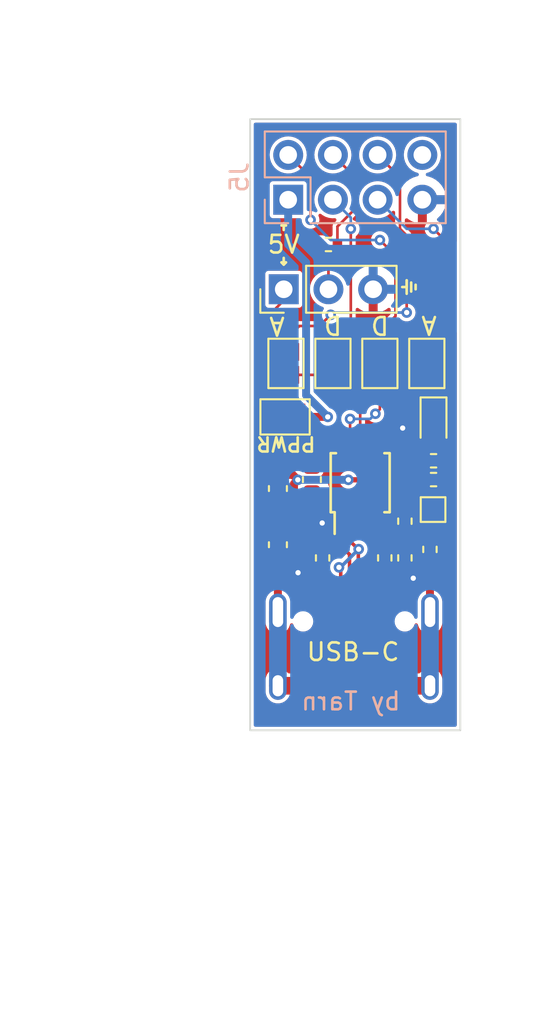
<source format=kicad_pcb>
(kicad_pcb (version 20211014) (generator pcbnew)
  (layers (0 "F.Cu" signal) (31 "B.Cu" signal) (34 "B.Paste" user) (35 "F.Paste" user) (36 "B.SilkS" user "B.Silkscreen") (37 "F.SilkS" user "F.Silkscreen") (38 "B.Mask" user) (39 "F.Mask" user) (44 "Edge.Cuts" user))
  (net 0 "")
  (net 1 "GND")
  (net 2 "Net-(C1-Pad2)")
  (net 3 "Net-(C2-Pad1)")
  (net 4 "VSYS")
  (net 5 "Net-(D1-Pad2)")
  (net 6 "Net-(J1-Pad1)")
  (net 7 "Net-(J1-Pad2)")
  (net 8 "/PIN_PA0")
  (net 9 "/PIN_PA1")
  (net 10 "/PIN_PA2")
  (net 11 "/PIN_PA7")
  (net 12 "/PIN_PA6")
  (net 13 "/USB_UART_RX")
  (net 14 "/USB_UART_TX")
  (net 15 "/VBUS")
  (net 16 "Net-(R1-Pad2)")
  (net 17 "Net-(R2-Pad2)")
  (net 18 "/VBUS_SENSE")
  (net 19 "/USB_D+")
  (net 20 "/USB_D-")
  (net 24 "Net-(R6-Pad1)")
  (footprint "Package_SO:MSOP-10_3x3mm_P0.5mm" (layer "F.Cu") (at 75.4634 108.6359 90)
    (fp_text reference "U1")
    (fp_text value "CH340E")
    (fp_line (start -1.675 -1.675) (end -1.675 -1.45) (layer "F.SilkS") (width 0.15))
    (fp_line (start 1.675 -1.675) (end 1.675 -1.375) (layer "F.SilkS") (width 0.15))
    (fp_line (start -1.675 -1.45) (end -2.9 -1.45) (layer "F.SilkS") (width 0.15))
    (fp_line (start -1.675 1.675) (end 1.675 1.675) (layer "F.SilkS") (width 0.15))
    (fp_line (start -1.675 -1.675) (end 1.675 -1.675) (layer "F.SilkS") (width 0.15))
    (fp_line (start -1.675 1.675) (end -1.675 1.375) (layer "F.SilkS") (width 0.15))
    (fp_line (start 1.675 1.675) (end 1.675 1.375) (layer "F.SilkS") (width 0.15))
    (pad "1" smd rect (at -2.2 -1 90) (size 1.4 0.3) (layers "F.Cu" "F.Paste" "F.Mask") (net 19 "/USB_D+"))
    (pad "2" smd rect (at -2.2 -0.5 90) (size 1.4 0.3) (layers "F.Cu" "F.Paste" "F.Mask") (net 20 "/USB_D-"))
    (pad "3" smd rect (at -2.2 0 90) (size 1.4 0.3) (layers "F.Cu" "F.Paste" "F.Mask") (net 1 "GND"))
    (pad "4" smd rect (at -2.2 0.5 90) (size 1.4 0.3) (layers "F.Cu" "F.Paste" "F.Mask"))
    (pad "5" smd rect (at -2.2 1 90) (size 1.4 0.3) (layers "F.Cu" "F.Paste" "F.Mask") (net 1 "GND"))
    (pad "6" smd rect (at 2.2 1 90) (size 1.4 0.3) (layers "F.Cu" "F.Paste" "F.Mask") (net 24 "Net-(R6-Pad1)"))
    (pad "7" smd rect (at 2.2 0.5 90) (size 1.4 0.3) (layers "F.Cu" "F.Paste" "F.Mask") (net 4 "VSYS"))
    (pad "8" smd rect (at 2.2 0 90) (size 1.4 0.3) (layers "F.Cu" "F.Paste" "F.Mask") (net 14 "/USB_UART_TX"))
    (pad "9" smd rect (at 2.2 -0.5 90) (size 1.4 0.3) (layers "F.Cu" "F.Paste" "F.Mask") (net 13 "/USB_UART_RX"))
    (pad "10" smd rect (at 2.2 -1 90) (size 1.4 0.3) (layers "F.Cu" "F.Paste" "F.Mask") (net 3 "Net-(C2-Pad1)"))
  )
  (footprint "Resistor_SMD:R_0402_1005Metric" (layer "F.Cu") (at 79.4258 112.4185 90)
    (fp_text reference "R3")
    (fp_text value "220 0402")
    (fp_line (start -0.153641 0.38) (end 0.153641 0.38) (layer "F.SilkS") (width 0.12))
    (fp_line (start -0.153641 -0.38) (end 0.153641 -0.38) (layer "F.SilkS") (width 0.12))
    (pad "1" smd roundrect (at -0.51 0 90) (size 0.54 0.64) (layers "F.Cu" "F.Paste" "F.Mask") (net 2 "Net-(C1-Pad2)"))
    (pad "2" smd roundrect (at 0.51 0 90) (size 0.54 0.64) (layers "F.Cu" "F.Paste" "F.Mask") (net 1 "GND"))
  )
  (footprint "Jumper:SolderJumper-2_P1.3mm_Open_Pad1.0x1.5mm" (layer "F.Cu") (at 71.247 101.869 90)
    (fp_text reference "JP5")
    (fp_text value "SolderJumper_2_Open")
    (fp_line (start -1.4 -1) (end 1.4 -1) (layer "F.SilkS") (width 0.12))
    (fp_line (start 1.4 -1) (end 1.4 1) (layer "F.SilkS") (width 0.12))
    (fp_line (start 1.4 1) (end -1.4 1) (layer "F.SilkS") (width 0.12))
    (fp_line (start -1.4 1) (end -1.4 -1) (layer "F.SilkS") (width 0.12))
    (pad "1" smd rect (at -0.65 0 90) (size 1 1.5) (layers "F.Cu" "F.Mask") (net 14 "/USB_UART_TX"))
    (pad "2" smd rect (at 0.65 0 90) (size 1 1.5) (layers "F.Cu" "F.Mask") (net 10 "/PIN_PA2"))
  )
  (footprint "Resistor_SMD:R_0402_1005Metric" (layer "F.Cu") (at 79.631 108.4581 180)
    (fp_text reference "R7")
    (fp_text value "5.1K 0402")
    (fp_line (start -0.153641 0.38) (end 0.153641 0.38) (layer "F.SilkS") (width 0.12))
    (fp_line (start -0.153641 -0.38) (end 0.153641 -0.38) (layer "F.SilkS") (width 0.12))
    (pad "1" smd roundrect (at -0.51 0 180) (size 0.54 0.64) (layers "F.Cu" "F.Paste" "F.Mask") (net 5 "Net-(D1-Pad2)"))
    (pad "2" smd roundrect (at 0.51 0 180) (size 0.54 0.64) (layers "F.Cu" "F.Paste" "F.Mask") (net 24 "Net-(R6-Pad1)"))
  )
  (footprint "Resistor_SMD:R_0402_1005Metric" (layer "F.Cu") (at 73.3298 112.9031 -90)
    (fp_text reference "R1")
    (fp_text value "5.1K 0402")
    (fp_line (start -0.153641 -0.38) (end 0.153641 -0.38) (layer "F.SilkS") (width 0.12))
    (fp_line (start -0.153641 0.38) (end 0.153641 0.38) (layer "F.SilkS") (width 0.12))
    (pad "1" smd roundrect (at -0.51 0 270) (size 0.54 0.64) (layers "F.Cu" "F.Paste" "F.Mask") (net 1 "GND"))
    (pad "2" smd roundrect (at 0.51 0 270) (size 0.54 0.64) (layers "F.Cu" "F.Paste" "F.Mask") (net 16 "Net-(R1-Pad2)"))
  )
  (footprint "NetTie:NetTie-2_SMD_Pad0.5mm" (layer "F.Cu") (at 72.1614 112.4205 90)
    (fp_text reference "NT1")
    (fp_text value "NetTie_2")
    (fp_poly (pts (xy -0.5 -0.25) (xy 0.5 -0.25) (xy 0.5 0.25) (xy -0.5 0.25)) (layer "F.Cu") (width 0) (fill solid))
    (pad "1" smd circle (at -0.5 0 90) (size 0.5 0.5) (layers "F.Cu") (net 15 "/VBUS"))
    (pad "2" smd circle (at 0.5 0 90) (size 0.5 0.5) (layers "F.Cu") (net 4 "VSYS"))
  )
  (footprint "Jumper:SolderJumper-2_P1.3mm_Open_Pad1.0x1.5mm" (layer "F.Cu") (at 71.1962 104.902 180)
    (fp_text reference "JP1")
    (fp_text value "SolderJumper_2_Open")
    (fp_line (start 1.4 1) (end -1.4 1) (layer "F.SilkS") (width 0.12))
    (fp_line (start -1.4 1) (end -1.4 -1) (layer "F.SilkS") (width 0.12))
    (fp_line (start 1.4 -1) (end 1.4 1) (layer "F.SilkS") (width 0.12))
    (fp_line (start -1.4 -1) (end 1.4 -1) (layer "F.SilkS") (width 0.12))
    (pad "1" smd rect (at -0.65 0 180) (size 1 1.5) (layers "F.Cu" "F.Mask") (net 4 "VSYS"))
    (pad "2" smd rect (at 0.65 0 180) (size 1 1.5) (layers "F.Cu" "F.Mask") (net 6 "Net-(J1-Pad1)"))
  )
  (footprint "Jumper:SolderJumper-2_P1.3mm_Open_Pad1.0x1.5mm" (layer "F.Cu") (at 73.914 101.869 90)
    (fp_text reference "JP3")
    (fp_text value "SolderJumper_2_Open")
    (fp_line (start 1.4 -1) (end 1.4 1) (layer "F.SilkS") (width 0.12))
    (fp_line (start -1.4 1) (end -1.4 -1) (layer "F.SilkS") (width 0.12))
    (fp_line (start -1.4 -1) (end 1.4 -1) (layer "F.SilkS") (width 0.12))
    (fp_line (start 1.4 1) (end -1.4 1) (layer "F.SilkS") (width 0.12))
    (pad "1" smd rect (at -0.65 0 90) (size 1 1.5) (layers "F.Cu" "F.Mask") (net 14 "/USB_UART_TX"))
    (pad "2" smd rect (at 0.65 0 90) (size 1 1.5) (layers "F.Cu" "F.Mask") (net 11 "/PIN_PA7"))
  )
  (footprint "LED_SMD:LED_0603_1608Metric" (layer "F.Cu") (at 79.629 105.283 -90)
    (fp_text reference "D1")
    (fp_text value "LED")
    (fp_line (start 0.8 -0.735) (end -1.485 -0.735) (layer "F.SilkS") (width 0.12))
    (fp_line (start -1.485 0.735) (end 0.8 0.735) (layer "F.SilkS") (width 0.12))
    (fp_line (start -1.485 -0.735) (end -1.485 0.735) (layer "F.SilkS") (width 0.12))
    (pad "1" smd roundrect (at -0.7875 0 270) (size 0.875 0.95) (layers "F.Cu" "F.Paste" "F.Mask") (net 1 "GND"))
    (pad "2" smd roundrect (at 0.7875 0 270) (size 0.875 0.95) (layers "F.Cu" "F.Paste" "F.Mask") (net 5 "Net-(D1-Pad2)"))
  )
  (footprint "HRO:HRO-TYPE-C-31-M-12" (layer "F.Cu") (at 75.1078 122.7539)
    (fp_text reference "USB1")
    (fp_text value "TYPE-C-31-M-12")
    (pad "" np_thru_hole circle locked (at -2.89 -6.25) (size 0.65 0.65) (drill 0.65) (layers *.Cu *.Mask))
    (pad "" np_thru_hole circle locked (at 2.89 -6.25) (size 0.65 0.65) (drill 0.65) (layers *.Cu *.Mask))
    (pad "1" smd rect locked (at -3.225 -7.695) (size 0.6 1.45) (layers "F.Cu" "F.Paste" "F.Mask") (net 1 "GND"))
    (pad "2" smd rect locked (at -2.45 -7.695) (size 0.6 1.45) (layers "F.Cu" "F.Paste" "F.Mask") (net 15 "/VBUS"))
    (pad "3" smd rect locked (at -1.75 -7.695) (size 0.3 1.45) (layers "F.Cu" "F.Paste" "F.Mask"))
    (pad "4" smd rect locked (at -1.25 -7.695) (size 0.3 1.45) (layers "F.Cu" "F.Paste" "F.Mask") (net 16 "Net-(R1-Pad2)"))
    (pad "5" smd rect locked (at -0.75 -7.695) (size 0.3 1.45) (layers "F.Cu" "F.Paste" "F.Mask") (net 20 "/USB_D-"))
    (pad "6" smd rect locked (at -0.25 -7.695) (size 0.3 1.45) (layers "F.Cu" "F.Paste" "F.Mask") (net 19 "/USB_D+"))
    (pad "7" smd rect locked (at 0.25 -7.695) (size 0.3 1.45) (layers "F.Cu" "F.Paste" "F.Mask") (net 20 "/USB_D-"))
    (pad "8" smd rect locked (at 0.75 -7.695) (size 0.3 1.45) (layers "F.Cu" "F.Paste" "F.Mask") (net 19 "/USB_D+"))
    (pad "9" smd rect locked (at 1.25 -7.695) (size 0.3 1.45) (layers "F.Cu" "F.Paste" "F.Mask"))
    (pad "10" smd rect locked (at 1.75 -7.695) (size 0.3 1.45) (layers "F.Cu" "F.Paste" "F.Mask") (net 17 "Net-(R2-Pad2)"))
    (pad "11" smd rect locked (at 2.45 -7.695) (size 0.6 1.45) (layers "F.Cu" "F.Paste" "F.Mask") (net 15 "/VBUS"))
    (pad "12" smd rect locked (at 3.225 -7.695) (size 0.6 1.45) (layers "F.Cu" "F.Paste" "F.Mask") (net 1 "GND"))
    (pad "13" thru_hole oval locked (at 4.32 -2.6) (size 1 1.6) (drill oval 0.6 1.2) (layers *.Cu "B.Mask") (net 2 "Net-(C1-Pad2)"))
    (pad "13" thru_hole oval locked (at -4.32 -6.78) (size 1 2.1) (drill oval 0.6 1.7) (layers *.Cu "B.Mask") (net 2 "Net-(C1-Pad2)"))
    (pad "13" thru_hole oval locked (at -4.32 -2.6) (size 1 1.6) (drill oval 0.6 1.2) (layers *.Cu "B.Mask") (net 2 "Net-(C1-Pad2)"))
    (pad "13" thru_hole oval locked (at 4.32 -6.78) (size 1 2.1) (drill oval 0.6 1.7) (layers *.Cu "B.Mask") (net 2 "Net-(C1-Pad2)"))
  )
  (footprint "Capacitor_SMD:C_0603_1608Metric" (layer "F.Cu") (at 72.7202 108.4581 -90)
    (fp_text reference "C2")
    (fp_text value "0.1μF")
    (fp_line (start -0.14058 -0.51) (end 0.14058 -0.51) (layer "F.SilkS") (width 0.12))
    (fp_line (start -0.14058 0.51) (end 0.14058 0.51) (layer "F.SilkS") (width 0.12))
    (pad "1" smd roundrect (at -0.775 0 270) (size 0.9 0.95) (layers "F.Cu" "F.Paste" "F.Mask") (net 3 "Net-(C2-Pad1)"))
    (pad "2" smd roundrect (at 0.775 0 270) (size 0.9 0.95) (layers "F.Cu" "F.Paste" "F.Mask") (net 1 "GND"))
  )
  (footprint "Resistor_SMD:R_0402_1005Metric" (layer "F.Cu") (at 79.631 107.3913)
    (fp_text reference "R6")
    (fp_text value "5.1K 0402")
    (fp_line (start -0.153641 -0.38) (end 0.153641 -0.38) (layer "F.SilkS") (width 0.12))
    (fp_line (start -0.153641 0.38) (end 0.153641 0.38) (layer "F.SilkS") (width 0.12))
    (pad "1" smd roundrect (at -0.51 0) (size 0.54 0.64) (layers "F.Cu" "F.Paste" "F.Mask") (net 24 "Net-(R6-Pad1)"))
    (pad "2" smd roundrect (at 0.51 0) (size 0.54 0.64) (layers "F.Cu" "F.Paste" "F.Mask") (net 5 "Net-(D1-Pad2)"))
  )
  (footprint "Resistor_SMD:R_0402_1005Metric" (layer "F.Cu") (at 76.8604 112.9011 -90)
    (fp_text reference "R2")
    (fp_text value "5.1K 0402")
    (fp_line (start -0.153641 0.38) (end 0.153641 0.38) (layer "F.SilkS") (width 0.12))
    (fp_line (start -0.153641 -0.38) (end 0.153641 -0.38) (layer "F.SilkS") (width 0.12))
    (pad "1" smd roundrect (at -0.51 0 270) (size 0.54 0.64) (layers "F.Cu" "F.Paste" "F.Mask") (net 1 "GND"))
    (pad "2" smd roundrect (at 0.51 0 270) (size 0.54 0.64) (layers "F.Cu" "F.Paste" "F.Mask") (net 17 "Net-(R2-Pad2)"))
  )
  (footprint "Resistor_SMD:R_0402_1005Metric" (layer "F.Cu") (at 78.0034 112.9011 90)
    (fp_text reference "R5")
    (fp_text value "10k")
    (fp_line (start -0.153641 0.38) (end 0.153641 0.38) (layer "F.SilkS") (width 0.12))
    (fp_line (start -0.153641 -0.38) (end 0.153641 -0.38) (layer "F.SilkS") (width 0.12))
    (pad "1" smd roundrect (at -0.51 0 90) (size 0.54 0.64) (layers "F.Cu" "F.Paste" "F.Mask") (net 15 "/VBUS"))
    (pad "2" smd roundrect (at 0.51 0 90) (size 0.54 0.64) (layers "F.Cu" "F.Paste" "F.Mask") (net 18 "/VBUS_SENSE"))
  )
  (footprint "Capacitor_SMD:C_0603_1608Metric" (layer "F.Cu") (at 70.7898 108.9661 -90)
    (fp_text reference "C4")
    (fp_text value "0.1μF")
    (fp_line (start -0.14058 -0.51) (end 0.14058 -0.51) (layer "F.SilkS") (width 0.12))
    (fp_line (start -0.14058 0.51) (end 0.14058 0.51) (layer "F.SilkS") (width 0.12))
    (pad "1" smd roundrect (at -0.775 0 270) (size 0.9 0.95) (layers "F.Cu" "F.Paste" "F.Mask") (net 4 "VSYS"))
    (pad "2" smd roundrect (at 0.775 0 270) (size 0.9 0.95) (layers "F.Cu" "F.Paste" "F.Mask") (net 1 "GND"))
  )
  (footprint "Jumper:SolderJumper-2_P1.3mm_Open_Pad1.0x1.5mm" (layer "F.Cu") (at 76.581 101.869 90)
    (fp_text reference "JP2")
    (fp_text value "SolderJumper_2_Open")
    (fp_line (start -1.4 1) (end -1.4 -1) (layer "F.SilkS") (width 0.12))
    (fp_line (start -1.4 -1) (end 1.4 -1) (layer "F.SilkS") (width 0.12))
    (fp_line (start 1.4 -1) (end 1.4 1) (layer "F.SilkS") (width 0.12))
    (fp_line (start 1.4 1) (end -1.4 1) (layer "F.SilkS") (width 0.12))
    (pad "1" smd rect (at -0.65 0 90) (size 1 1.5) (layers "F.Cu" "F.Mask") (net 13 "/USB_UART_RX"))
    (pad "2" smd rect (at 0.65 0 90) (size 1 1.5) (layers "F.Cu" "F.Mask") (net 12 "/PIN_PA6"))
  )
  (footprint "Jumper:SolderJumper-2_P1.3mm_Open_Pad1.0x1.5mm" (layer "F.Cu") (at 79.248 101.869 90)
    (fp_text reference "JP4")
    (fp_text value "SolderJumper_2_Open")
    (fp_line (start 1.4 1) (end -1.4 1) (layer "F.SilkS") (width 0.12))
    (fp_line (start -1.4 1) (end -1.4 -1) (layer "F.SilkS") (width 0.12))
    (fp_line (start 1.4 -1) (end 1.4 1) (layer "F.SilkS") (width 0.12))
    (fp_line (start -1.4 -1) (end 1.4 -1) (layer "F.SilkS") (width 0.12))
    (pad "1" smd rect (at -0.65 0 90) (size 1 1.5) (layers "F.Cu" "F.Mask") (net 13 "/USB_UART_RX"))
    (pad "2" smd rect (at 0.65 0 90) (size 1 1.5) (layers "F.Cu" "F.Mask") (net 9 "/PIN_PA1"))
  )
  (footprint "Connector_PinHeader_2.54mm:PinHeader_1x03_P2.54mm_Vertical" (layer "F.Cu") (at 71.12 97.663 90)
    (fp_text reference "J1")
    (fp_text value "UPDI_PROGRAMMER")
    (fp_line (start -1.33 6.41) (end 1.33 6.41) (layer "F.SilkS") (width 0.12))
    (fp_line (start -1.33 1.27) (end 1.33 1.27) (layer "F.SilkS") (width 0.12))
    (fp_line (start -1.33 -1.33) (end 0 -1.33) (layer "F.SilkS") (width 0.12))
    (fp_line (start -1.33 0) (end -1.33 -1.33) (layer "F.SilkS") (width 0.12))
    (fp_line (start 1.33 1.27) (end 1.33 6.41) (layer "F.SilkS") (width 0.12))
    (fp_line (start -1.33 1.27) (end -1.33 6.41) (layer "F.SilkS") (width 0.12))
    (pad "1" thru_hole rect (at 0 0 90) (size 1.7 1.7) (drill 1) (layers *.Cu *.Mask) (net 6 "Net-(J1-Pad1)"))
    (pad "2" thru_hole oval (at 0 2.54 90) (size 1.7 1.7) (drill 1) (layers *.Cu *.Mask) (net 7 "Net-(J1-Pad2)"))
    (pad "3" thru_hole oval (at 0 5.08 90) (size 1.7 1.7) (drill 1) (layers *.Cu *.Mask) (net 1 "GND"))
  )
  (footprint "Capacitor_SMD:C_0603_1608Metric" (layer "F.Cu") (at 70.7898 112.1535 -90)
    (fp_text reference "C1")
    (fp_text value "0.1μF")
    (fp_line (start -0.14058 0.51) (end 0.14058 0.51) (layer "F.SilkS") (width 0.12))
    (fp_line (start -0.14058 -0.51) (end 0.14058 -0.51) (layer "F.SilkS") (width 0.12))
    (pad "1" smd roundrect (at -0.775 0 270) (size 0.9 0.95) (layers "F.Cu" "F.Paste" "F.Mask") (net 1 "GND"))
    (pad "2" smd roundrect (at 0.775 0 270) (size 0.9 0.95) (layers "F.Cu" "F.Paste" "F.Mask") (net 2 "Net-(C1-Pad2)"))
  )
  (footprint "Resistor_SMD:R_0402_1005Metric" (layer "F.Cu") (at 73.66 95.123)
    (fp_text reference "R8")
    (fp_text value "5.1K 0402")
    (fp_line (start -0.153641 -0.38) (end 0.153641 -0.38) (layer "F.SilkS") (width 0.12))
    (fp_line (start -0.153641 0.38) (end 0.153641 0.38) (layer "F.SilkS") (width 0.12))
    (pad "1" smd roundrect (at -0.51 0) (size 0.54 0.64) (layers "F.Cu" "F.Paste" "F.Mask") (net 7 "Net-(J1-Pad2)"))
    (pad "2" smd roundrect (at 0.51 0) (size 0.54 0.64) (layers "F.Cu" "F.Paste" "F.Mask") (net 8 "/PIN_PA0"))
  )
  (footprint "Resistor_SMD:R_0402_1005Metric" (layer "F.Cu") (at 78.0034 110.8183 90)
    (fp_text reference "R4")
    (fp_text value "5.6K 0402")
    (fp_line (start -0.153641 0.38) (end 0.153641 0.38) (layer "F.SilkS") (width 0.12))
    (fp_line (start -0.153641 -0.38) (end 0.153641 -0.38) (layer "F.SilkS") (width 0.12))
    (pad "1" smd roundrect (at -0.51 0 90) (size 0.54 0.64) (layers "F.Cu" "F.Paste" "F.Mask") (net 18 "/VBUS_SENSE"))
    (pad "2" smd roundrect (at 0.51 0 90) (size 0.54 0.64) (layers "F.Cu" "F.Paste" "F.Mask") (net 1 "GND"))
  )
  (footprint "mine:TestPoint_Pad_1.0x1.0mm" (layer "F.Cu") (at 79.6036 110.1598 180)
    (fp_text reference "TP1")
    (fp_text value "TestPoint")
    (fp_line (start -0.7 0.7) (end -0.7 -0.7) (layer "F.SilkS") (width 0.12))
    (fp_line (start -0.7 -0.7) (end 0.7 -0.7) (layer "F.SilkS") (width 0.12))
    (fp_line (start 0.7 0.7) (end -0.7 0.7) (layer "F.SilkS") (width 0.12))
    (fp_line (start 0.7 -0.7) (end 0.7 0.7) (layer "F.SilkS") (width 0.12))
    (pad "1" smd rect (at 0 0 180) (size 1 1) (layers "F.Cu" "F.Mask") (net 18 "/VBUS_SENSE"))
  )
  (footprint "Connector_PinSocket_2.54mm:PinSocket_2x04_P2.54mm_Vertical" (layer "B.Cu") (at 71.374 92.583 -90)
    (fp_text reference "J5" (at -1.27 2.77 90) (layer "B.SilkS") (effects (justify mirror)))
    (fp_text value "PINS1")
    (fp_line (start -1.27 1.33) (end -1.27 -1.27) (layer "B.SilkS") (width 0.12))
    (fp_line (start -3.87 1.33) (end -1.27 1.33) (layer "B.SilkS") (width 0.12))
    (fp_line (start 1.33 -1.27) (end 1.33 -8.95) (layer "B.SilkS") (width 0.12))
    (fp_line (start 1.33 1.33) (end 1.33 0) (layer "B.SilkS") (width 0.12))
    (fp_line (start 0 1.33) (end 1.33 1.33) (layer "B.SilkS") (width 0.12))
    (fp_line (start -1.27 -1.27) (end 1.33 -1.27) (layer "B.SilkS") (width 0.12))
    (fp_line (start -3.87 -8.95) (end 1.33 -8.95) (layer "B.SilkS") (width 0.12))
    (fp_line (start -3.87 1.33) (end -3.87 -8.95) (layer "B.SilkS") (width 0.12))
    (pad "1" thru_hole rect (at 0 0 270) (size 1.7 1.7) (drill 1) (layers *.Cu *.Mask) (net 4 "VSYS"))
    (pad "2" thru_hole oval (at -2.54 0 270) (size 1.7 1.7) (drill 1) (layers *.Cu *.Mask) (net 12 "/PIN_PA6"))
    (pad "3" thru_hole oval (at 0 -2.54 270) (size 1.7 1.7) (drill 1) (layers *.Cu *.Mask) (net 11 "/PIN_PA7"))
    (pad "4" thru_hole oval (at -2.54 -2.54 270) (size 1.7 1.7) (drill 1) (layers *.Cu *.Mask) (net 8 "/PIN_PA0"))
    (pad "5" thru_hole oval (at 0 -5.08 270) (size 1.7 1.7) (drill 1) (layers *.Cu *.Mask) (net 9 "/PIN_PA1"))
    (pad "6" thru_hole oval (at -2.54 -5.08 270) (size 1.7 1.7) (drill 1) (layers *.Cu *.Mask) (net 10 "/PIN_PA2"))
    (pad "7" thru_hole oval (at 0 -7.62 270) (size 1.7 1.7) (drill 1) (layers *.Cu *.Mask) (net 1 "GND"))
    (pad "8" thru_hole oval (at -2.54 -7.62 270) (size 1.7 1.7) (drill 1) (layers *.Cu *.Mask))
  )
  (gr_line (start 71.247 94.0435) (end 70.993 94.0435) (layer "F.SilkS") (width 0.15))
  (gr_line (start 71.12 93.9165) (end 71.247 94.0435) (layer "F.SilkS") (width 0.15))
  (gr_line (start 71.12 94.2975) (end 71.12 93.9165) (layer "F.SilkS") (width 0.15))
  (gr_line (start 78.105 97.536) (end 78.105 97.155) (layer "F.SilkS") (width 0.15))
  (gr_line (start 70.993 94.0435) (end 71.12 93.9165) (layer "F.SilkS") (width 0.15))
  (gr_line (start 78.359 97.282) (end 78.359 97.79) (layer "F.SilkS") (width 0.15))
  (gr_line (start 77.851 97.536) (end 78.105 97.536) (layer "F.SilkS") (width 0.15))
  (gr_line (start 78.105 97.155) (end 78.105 97.917) (layer "F.SilkS") (width 0.15))
  (gr_line (start 78.613 97.409) (end 78.613 97.663) (layer "F.SilkS") (width 0.15))
  (gr_line (start 71.247 96.139) (end 71.12 96.266) (layer "F.SilkS") (width 0.15))
  (gr_line (start 71.12 96.266) (end 70.993 96.139) (layer "F.SilkS") (width 0.15))
  (gr_line (start 70.993 96.139) (end 71.247 96.139) (layer "F.SilkS") (width 0.15))
  (gr_line (start 71.12 95.885) (end 71.12 96.266) (layer "F.SilkS") (width 0.15))
  (gr_rect (start 81.153 88.011) (end 69.215 122.682) (layer "Edge.Cuts") (width 0.1) (fill none))
  (gr_text "by Tarn" (at 74.93 121.031) (layer "B.SilkS") (effects (font (size 1 1)) (justify mirror)))
  (gr_text "D" (at 73.914 99.695 180) (layer "F.SilkS") (effects (font (size 1 1))))
  (gr_text "5V" (at 71.12 95.123) (layer "F.SilkS") (effects (font (size 1 1))))
  (gr_text "A" (at 70.739 99.7458 180) (layer "F.SilkS") (effects (font (size 1 1))))
  (gr_text "PPWR" (at 71.247 106.426 180) (layer "F.SilkS") (effects (font (size 0.8 0.8))))
  (gr_text "A" (at 79.375 99.695 180) (layer "F.SilkS") (effects (font (size 1 1))))
  (gr_text "D" (at 76.581 99.695 180) (layer "F.SilkS") (effects (font (size 1 1))))
  (gr_text "USB-C" (at 75.057 118.237) (layer "F.SilkS") (effects (font (size 1 1))))
  (segment (start 76.4634 111.9941) (end 76.8604 112.3911) (width 0.15) (layer "F.Cu") (net 1))
  (segment (start 78.3328 114.199142) (end 78.4783 114.053642) (width 0.15) (layer "F.Cu") (net 1))
  (segment (start 78.3328 115.0589) (end 78.3328 114.199142) (width 0.15) (layer "F.Cu") (net 1))
  (segment (start 76.4634 110.8359) (end 76.4634 111.9941) (width 0.15) (layer "F.Cu") (net 1))
  (segment (start 71.8828 115.0589) (end 71.8828 113.7912) (width 0.15) (layer "F.Cu") (net 1))
  (segment (start 71.8828 113.7912) (end 71.9328 113.7412) (width 0.15) (layer "F.Cu") (net 1))
  (via (at 71.9328 113.7412) (size 0.6) (drill 0.3) (layers "F.Cu" "B.Cu") (net 1))
  (via (at 77.8764 105.537) (size 0.6) (drill 0.3) (layers "F.Cu" "B.Cu") (net 1))
  (via (at 78.4783 114.053642) (size 0.6) (drill 0.3) (layers "F.Cu" "B.Cu") (net 1))
  (via (at 73.3044 110.9218) (size 0.6) (drill 0.3) (layers "F.Cu" "B.Cu") (net 1))
  (segment (start 79.4278 112.9305) (end 79.4278 115.9739) (width 0.45) (layer "F.Cu") (net 2))
  (segment (start 79.4278 120.1539) (end 70.7878 120.1539) (width 1) (layer "F.Cu") (net 2))
  (segment (start 70.7878 115.9739) (end 70.7878 112.9305) (width 0.45) (layer "F.Cu") (net 2))
  (segment (start 70.7878 120.1539) (end 70.7878 115.9739) (width 1) (layer "B.Cu") (net 2))
  (segment (start 79.4278 115.9739) (end 79.4278 120.1539) (width 1) (layer "B.Cu") (net 2))
  (segment (start 73.9674 106.4359) (end 72.7202 107.6831) (width 0.15) (layer "F.Cu") (net 3))
  (segment (start 74.4634 106.4359) (end 73.9674 106.4359) (width 0.15) (layer "F.Cu") (net 3))
  (segment (start 71.8462 104.902) (end 71.8462 105.9284) (width 0.45) (layer "F.Cu") (net 4))
  (segment (start 70.7898 108.1911) (end 71.6404 108.1911) (width 0.45) (layer "F.Cu") (net 4))
  (segment (start 71.7042 110.5916) (end 71.7042 108.6866) (width 0.45) (layer "F.Cu") (net 4))
  (segment (start 72.1614 111.0488) (end 71.7042 110.5916) (width 0.45) (layer "F.Cu") (net 4))
  (segment (start 72.1614 111.9205) (end 72.1614 111.0488) (width 0.45) (layer "F.Cu") (net 4))
  (segment (start 70.7898 106.9848) (end 70.7898 108.1911) (width 0.45) (layer "F.Cu") (net 4))
  (segment (start 73.6205 104.902) (end 71.8462 104.902) (width 0.45) (layer "F.Cu") (net 4))
  (segment (start 75.9634 107.8818) (end 75.37445 108.47075) (width 0.3) (layer "F.Cu") (net 4))
  (segment (start 71.7042 108.6866) (end 71.92005 108.47075) (width 0.45) (layer "F.Cu") (net 4))
  (segment (start 71.6404 108.1911) (end 71.92005 108.47075) (width 0.45) (layer "F.Cu") (net 4))
  (segment (start 75.37445 108.47075) (end 74.79035 108.47075) (width 0.3) (layer "F.Cu") (net 4))
  (segment (start 71.8462 105.9284) (end 70.7898 106.9848) (width 0.45) (layer "F.Cu") (net 4))
  (segment (start 75.9634 106.4359) (end 75.9634 107.8818) (width 0.3) (layer "F.Cu") (net 4))
  (via (at 71.92005 108.47075) (size 0.6) (drill 0.3) (layers "F.Cu" "B.Cu") (net 4))
  (via (at 73.6205 104.902) (size 0.6) (drill 0.3) (layers "F.Cu" "B.Cu") (net 4))
  (via (at 74.79035 108.47075) (size 0.6) (drill 0.3) (layers "F.Cu" "B.Cu") (net 4))
  (segment (start 72.39 103.6715) (end 73.6205 104.902) (width 0.45) (layer "B.Cu") (net 4))
  (segment (start 71.374 92.583) (end 71.374 95.123) (width 0.45) (layer "B.Cu") (net 4))
  (segment (start 71.92005 108.47075) (end 74.79035 108.47075) (width 0.45) (layer "B.Cu") (net 4))
  (segment (start 72.39 96.139) (end 72.39 103.6715) (width 0.45) (layer "B.Cu") (net 4))
  (segment (start 71.374 95.123) (end 72.39 96.139) (width 0.45) (layer "B.Cu") (net 4))
  (segment (start 80.141 106.5825) (end 79.629 106.0705) (width 0.15) (layer "F.Cu") (net 5))
  (segment (start 80.141 107.3913) (end 80.141 106.5825) (width 0.15) (layer "F.Cu") (net 5))
  (segment (start 80.141 108.4581) (end 80.141 107.3913) (width 0.15) (layer "F.Cu") (net 5))
  (segment (start 69.85 99.568) (end 71.12 98.298) (width 0.15) (layer "F.Cu") (net 6))
  (segment (start 69.85 104.14) (end 69.85 99.568) (width 0.15) (layer "F.Cu") (net 6))
  (segment (start 70.5462 104.8362) (end 69.85 104.14) (width 0.15) (layer "F.Cu") (net 6))
  (segment (start 73.66 96.394) (end 73.66 97.663) (width 0.15) (layer "F.Cu") (net 7))
  (segment (start 73.15 95.123) (end 73.15 95.884) (width 0.15) (layer "F.Cu") (net 7))
  (segment (start 73.15 95.884) (end 73.66 96.394) (width 0.15) (layer "F.Cu") (net 7))
  (segment (start 74.17 94.105) (end 74.17 95.123) (width 0.15) (layer "F.Cu") (net 8))
  (segment (start 75.184 91.313) (end 75.184 93.091) (width 0.15) (layer "F.Cu") (net 8))
  (segment (start 75.184 93.091) (end 74.17 94.105) (width 0.15) (layer "F.Cu") (net 8))
  (segment (start 73.914 90.043) (end 75.184 91.313) (width 0.15) (layer "F.Cu") (net 8))
  (segment (start 79.629 94.234) (end 80.518 95.123) (width 0.15) (layer "F.Cu") (net 9))
  (segment (start 80.518 99.949) (end 79.248 101.219) (width 0.15) (layer "F.Cu") (net 9))
  (segment (start 80.518 99.949) (end 80.518 95.123) (width 0.15) (layer "F.Cu") (net 9))
  (via (at 79.629 94.234) (size 0.6) (drill 0.3) (layers "F.Cu" "B.Cu") (net 9))
  (segment (start 78.105 94.234) (end 79.629 94.234) (width 0.15) (layer "B.Cu") (net 9))
  (segment (start 76.454 92.583) (end 78.105 94.234) (width 0.15) (layer "B.Cu") (net 9))
  (segment (start 77.724 91.313) (end 76.454 90.043) (width 0.15) (layer "F.Cu") (net 10))
  (segment (start 78.105 94.615) (end 77.724 94.234) (width 0.15) (layer "F.Cu") (net 10))
  (segment (start 73.787 99.1108) (end 73.152 99.7458) (width 0.15) (layer "F.Cu") (net 10))
  (segment (start 77.724 94.234) (end 77.724 91.313) (width 0.15) (layer "F.Cu") (net 10))
  (segment (start 78.105 98.9838) (end 78.105 94.615) (width 0.15) (layer "F.Cu") (net 10))
  (segment (start 71.247 100.5078) (end 71.247 101.219) (width 0.15) (layer "F.Cu") (net 10))
  (segment (start 73.152 99.7458) (end 72.009 99.7458) (width 0.15) (layer "F.Cu") (net 10))
  (segment (start 72.009 99.7458) (end 71.247 100.5078) (width 0.15) (layer "F.Cu") (net 10))
  (via (at 78.105 98.9838) (size 0.6) (drill 0.3) (layers "F.Cu" "B.Cu") (net 10))
  (via (at 73.787 99.1108) (size 0.6) (drill 0.3) (layers "F.Cu" "B.Cu") (net 10))
  (segment (start 73.914 98.9838) (end 73.787 99.1108) (width 0.15) (layer "B.Cu") (net 10))
  (segment (start 78.105 98.9838) (end 73.914 98.9838) (width 0.15) (layer "B.Cu") (net 10))
  (segment (start 74.93 99.3648) (end 74.93 94.234) (width 0.15) (layer "F.Cu") (net 11))
  (segment (start 73.914 100.3808) (end 73.914 101.219) (width 0.15) (layer "F.Cu") (net 11))
  (segment (start 74.93 99.3648) (end 73.914 100.3808) (width 0.15) (layer "F.Cu") (net 11))
  (via (at 74.93 94.234) (size 0.6) (drill 0.3) (layers "F.Cu" "B.Cu") (net 11))
  (segment (start 73.914 92.583) (end 74.93 93.599) (width 0.15) (layer "B.Cu") (net 11))
  (segment (start 74.93 93.599) (end 74.93 94.234) (width 0.15) (layer "B.Cu") (net 11))
  (segment (start 72.644 93.726) (end 72.644 91.313) (width 0.15) (layer "F.Cu") (net 12))
  (segment (start 77.47 95.758) (end 76.581 94.869) (width 0.15) (layer "F.Cu") (net 12))
  (segment (start 76.581 100.076) (end 77.47 99.187) (width 0.15) (layer "F.Cu") (net 12))
  (segment (start 76.581 101.219) (end 76.581 100.076) (width 0.15) (layer "F.Cu") (net 12))
  (segment (start 72.644 91.313) (end 71.374 90.043) (width 0.15) (layer "F.Cu") (net 12))
  (segment (start 77.47 99.187) (end 77.47 95.758) (width 0.15) (layer "F.Cu") (net 12))
  (via (at 72.644 93.726) (size 0.6) (drill 0.3) (layers "F.Cu" "B.Cu") (net 12))
  (via (at 76.581 94.869) (size 0.6) (drill 0.3) (layers "F.Cu" "B.Cu") (net 12))
  (segment (start 72.644 93.726) (end 73.787 94.869) (width 0.15) (layer "B.Cu") (net 12))
  (segment (start 73.787 94.869) (end 76.581 94.869) (width 0.15) (layer "B.Cu") (net 12))
  (segment (start 76.581 104.4702) (end 76.327 104.7242) (width 0.15) (layer "F.Cu") (net 13))
  (segment (start 76.581 102.519) (end 76.581 104.4702) (width 0.15) (layer "F.Cu") (net 13))
  (segment (start 79.248 102.519) (end 76.581 102.519) (width 0.15) (layer "F.Cu") (net 13))
  (segment (start 74.8889 105.016133) (end 74.8889 106.3614) (width 0.15) (layer "F.Cu") (net 13))
  (via (at 74.8889 105.016133) (size 0.6) (drill 0.3) (layers "F.Cu" "B.Cu") (net 13))
  (via (at 76.327 104.7242) (size 0.6) (drill 0.3) (layers "F.Cu" "B.Cu") (net 13))
  (segment (start 76.327 104.7242) (end 76.035067 105.016133) (width 0.15) (layer "B.Cu") (net 13))
  (segment (start 76.035067 105.016133) (end 74.8889 105.016133) (width 0.15) (layer "B.Cu") (net 13))
  (segment (start 73.914 103.1748) (end 75.4634 104.7242) (width 0.15) (layer "F.Cu") (net 14))
  (segment (start 71.247 102.519) (end 73.914 102.519) (width 0.15) (layer "F.Cu") (net 14))
  (segment (start 75.4634 104.7242) (end 75.4634 106.4359) (width 0.15) (layer "F.Cu") (net 14))
  (segment (start 73.914 102.519) (end 73.914 103.1748) (width 0.15) (layer "F.Cu") (net 14))
  (segment (start 72.6078 113.3669) (end 72.1614 112.9205) (width 0.45) (layer "F.Cu") (net 15))
  (segment (start 77.5578 113.8567) (end 78.0034 113.4111) (width 0.45) (layer "F.Cu") (net 15))
  (segment (start 72.6078 115.0089) (end 72.6078 113.3669) (width 0.45) (layer "F.Cu") (net 15))
  (segment (start 76.8096 116.5606) (end 73.405873 116.5606) (width 0.45) (layer "F.Cu") (net 15))
  (segment (start 77.5578 115.8124) (end 76.8096 116.5606) (width 0.45) (layer "F.Cu") (net 15))
  (segment (start 77.5578 115.0589) (end 77.5578 115.8124) (width 0.45) (layer "F.Cu") (net 15))
  (segment (start 72.6578 115.812527) (end 72.6578 115.0589) (width 0.45) (layer "F.Cu") (net 15))
  (segment (start 73.405873 116.5606) (end 72.6578 115.812527) (width 0.45) (layer "F.Cu") (net 15))
  (segment (start 77.5578 115.0589) (end 77.5578 113.8567) (width 0.45) (layer "F.Cu") (net 15))
  (segment (start 73.3298 113.4619) (end 73.8578 113.9899) (width 0.15) (layer "F.Cu") (net 16))
  (segment (start 73.8578 113.9899) (end 73.8578 115.0589) (width 0.15) (layer "F.Cu") (net 16))
  (segment (start 76.8578 113.4137) (end 76.8578 115.0589) (width 0.15) (layer "F.Cu") (net 17))
  (segment (start 78.4098 110.9219) (end 78.0034 111.3283) (width 0.15) (layer "F.Cu") (net 18))
  (segment (start 78.0034 111.3283) (end 78.0034 112.3911) (width 0.15) (layer "F.Cu") (net 18))
  (segment (start 79.6036 110.1598) (end 78.8415 110.9219) (width 0.15) (layer "F.Cu") (net 18))
  (segment (start 78.8415 110.9219) (end 78.4098 110.9219) (width 0.15) (layer "F.Cu") (net 18))
  (segment (start 74.8578 115.8741) (end 74.8578 115.0589) (width 0.2) (layer "F.Cu") (net 19))
  (segment (start 74.8578 115.0589) (end 74.8578 112.7039) (width 0.2) (layer "F.Cu") (net 19))
  (segment (start 75.8578 115.0589) (end 75.8578 116.0339) (width 0.2) (layer "F.Cu") (net 19))
  (segment (start 74.5634 112.1809) (end 74.4634 112.0809) (width 0.2) (layer "F.Cu") (net 19))
  (segment (start 75.8078 116.0839) (end 75.0676 116.0839) (width 0.2) (layer "F.Cu") (net 19))
  (segment (start 74.8578 112.7039) (end 74.5634 112.4095) (width 0.2) (layer "F.Cu") (net 19))
  (segment (start 75.8578 116.0339) (end 75.8078 116.0839) (width 0.2) (layer "F.Cu") (net 19))
  (segment (start 75.0676 116.0839) (end 74.8578 115.8741) (width 0.2) (layer "F.Cu") (net 19))
  (segment (start 74.5634 112.4095) (end 74.5634 112.1809) (width 0.2) (layer "F.Cu") (net 19))
  (segment (start 74.4634 112.0809) (end 74.4634 110.8359) (width 0.2) (layer "F.Cu") (net 19))
  (segment (start 74.9634 110.8359) (end 74.9634 112.0221) (width 0.2) (layer "F.Cu") (net 20))
  (segment (start 74.3578 115.0589) (end 74.3578 113.536) (width 0.2) (layer "F.Cu") (net 20))
  (segment (start 75.3578 112.4165) (end 75.3578 115.0589) (width 0.2) (layer "F.Cu") (net 20))
  (segment (start 74.3578 113.536) (end 74.2583 113.4365) (width 0.2) (layer "F.Cu") (net 20))
  (segment (start 74.9634 112.0221) (end 75.3578 112.4165) (width 0.2) (layer "F.Cu") (net 20))
  (via (at 75.377556 112.405144) (size 0.6) (drill 0.3) (layers "F.Cu" "B.Cu") (net 20))
  (via (at 74.2583 113.4365) (size 0.6) (drill 0.3) (layers "F.Cu" "B.Cu") (net 20))
  (segment (start 74.2583 113.4365) (end 74.3462 113.4365) (width 0.2) (layer "B.Cu") (net 20))
  (segment (start 74.3462 113.4365) (end 75.377556 112.405144) (width 0.2) (layer "B.Cu") (net 20))
  (segment (start 78.1656 106.4359) (end 79.121 107.3913) (width 0.15) (layer "F.Cu") (net 24))
  (segment (start 76.4634 106.4359) (end 78.1656 106.4359) (width 0.15) (layer "F.Cu") (net 24))
  (segment (start 79.121 107.3913) (end 79.121 108.4581) (width 0.15) (layer "F.Cu") (net 24))
  (zone (net 1) (net_name "GND") (layers F&B.Cu) (connect_pads (clearance 0.2)) (min_thickness 0.2) (fill yes (thermal_gap 0.508) (thermal_bridge_width 0.508))
    (polygon (pts (xy 64.1604 81.2546) (xy 86.487 81.2546) (xy 86.487 139.192) (xy 64.1604 139.192)))
  )
)
</source>
